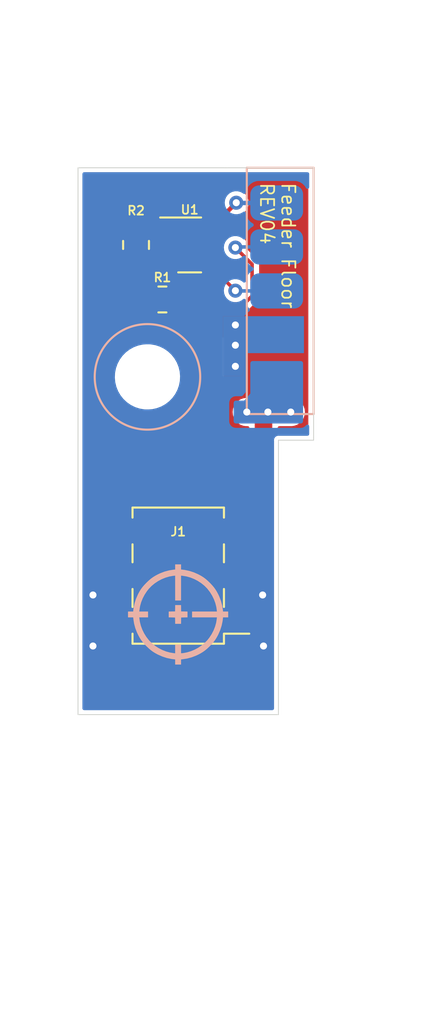
<source format=kicad_pcb>
(kicad_pcb (version 20211014) (generator pcbnew)
  (layers (0 "F.Cu" signal) (31 "B.Cu" signal) (34 "B.Paste" user) (35 "F.Paste" user) (36 "B.SilkS" user "B.Silkscreen") (37 "F.SilkS" user "F.Silkscreen") (38 "B.Mask" user) (39 "F.Mask" user) (44 "Edge.Cuts" user))
  (net 0 "")
  (net 1 "GND")
  (net 2 "1WIRE")
  (net 3 "VIN")
  (net 4 "RS-485+")
  (net 5 "RS-485-")
  (footprint "Connector_PinHeader_2.54mm:PinHeader_2x03_P2.54mm_Vertical_SMD" (layer "F.Cu") (at 26.95 48.3 180)
    (fp_text reference "J1" (at 0 2.5) (layer "F.SilkS") (effects (font (size 0.5 0.5) (thickness 0.1))))
    (fp_text value "IDC")
    (fp_line (start 2.6 0.76) (end 2.6 1.78) (layer "F.SilkS") (width 0.12))
    (fp_line (start -2.6 3.3) (end -2.6 3.87) (layer "F.SilkS") (width 0.12))
    (fp_line (start -4.04 -3.3) (end -2.6 -3.3) (layer "F.SilkS") (width 0.12))
    (fp_line (start -2.6 3.87) (end 2.6 3.87) (layer "F.SilkS") (width 0.12))
    (fp_line (start 2.6 3.3) (end 2.6 3.87) (layer "F.SilkS") (width 0.12))
    (fp_line (start -2.6 -3.87) (end -2.6 -3.3) (layer "F.SilkS") (width 0.12))
    (fp_line (start -2.6 -1.78) (end -2.6 -0.76) (layer "F.SilkS") (width 0.12))
    (fp_line (start -2.6 0.76) (end -2.6 1.78) (layer "F.SilkS") (width 0.12))
    (fp_line (start 2.6 -1.78) (end 2.6 -0.76) (layer "F.SilkS") (width 0.12))
    (fp_line (start -2.6 -3.87) (end 2.6 -3.87) (layer "F.SilkS") (width 0.12))
    (fp_line (start 2.6 -3.87) (end 2.6 -3.3) (layer "F.SilkS") (width 0.12))
    (pad "1" smd rect (at -2.525 -2.54 180) (size 3.15 1) (layers "F.Cu" "F.Paste" "F.Mask") (net 1 "GND"))
    (pad "2" smd rect (at 2.525 -2.54 180) (size 3.15 1) (layers "F.Cu" "F.Paste" "F.Mask") (net 1 "GND"))
    (pad "3" smd rect (at -2.525 0 180) (size 3.15 1) (layers "F.Cu" "F.Paste" "F.Mask") (net 3 "VIN"))
    (pad "4" smd rect (at 2.525 0 180) (size 3.15 1) (layers "F.Cu" "F.Paste" "F.Mask") (net 3 "VIN"))
    (pad "5" smd rect (at -2.525 2.54 180) (size 3.15 1) (layers "F.Cu" "F.Paste" "F.Mask") (net 4 "RS-485+"))
    (pad "6" smd rect (at 2.525 2.54 180) (size 3.15 1) (layers "F.Cu" "F.Paste" "F.Mask") (net 5 "RS-485-"))
  )
  (footprint "MountingHole:MountingHole_3.2mm_M3" (layer "F.Cu") (at 25.2 37)
    (fp_text reference "H1" hide)
    (fp_text value "MountingHole")
    (pad "" np_thru_hole circle (at 0 0) (size 3.2 3.2) (drill 3.2) (layers *.Cu *.Mask))
  )
  (footprint "Package_TO_SOT_SMD:SOT-23" (layer "F.Cu") (at 27.6 29.5)
    (fp_text reference "U1" (at 0 -2) (layer "F.SilkS") (effects (font (size 0.5 0.5) (thickness 0.1))))
    (fp_text value "DS28E05")
    (fp_line (start 0 -1.56) (end -1.675 -1.56) (layer "F.SilkS") (width 0.12))
    (fp_line (start 0 1.56) (end -0.65 1.56) (layer "F.SilkS") (width 0.12))
    (fp_line (start 0 -1.56) (end 0.65 -1.56) (layer "F.SilkS") (width 0.12))
    (fp_line (start 0 1.56) (end 0.65 1.56) (layer "F.SilkS") (width 0.12))
    (pad "1" smd roundrect (at -0.9375 -0.95) (size 1.475 0.6) (layers "F.Cu" "F.Paste" "F.Mask") (net 2 "1WIRE"))
    (pad "2" smd roundrect (at -0.9375 0.95) (size 1.475 0.6) (layers "F.Cu" "F.Paste" "F.Mask"))
    (pad "3" smd roundrect (at 0.9375 0) (size 1.475 0.6) (layers "F.Cu" "F.Paste" "F.Mask") (net 1 "GND"))
  )
  (footprint "Resistor_SMD:R_0805_2012Metric" (layer "F.Cu") (at 26.05 32.6)
    (fp_text reference "R1" (at 0 -1.25 180) (layer "F.SilkS") (effects (font (size 0.5 0.5) (thickness 0.1))))
    (fp_text value "120R")
    (fp_line (start -0.227064 0.735) (end 0.227064 0.735) (layer "F.SilkS") (width 0.12))
    (fp_line (start -0.227064 -0.735) (end 0.227064 -0.735) (layer "F.SilkS") (width 0.12))
    (pad "1" smd roundrect (at -0.9125 0) (size 1.025 1.4) (layers "F.Cu" "F.Paste" "F.Mask") (roundrect_rratio 0.243902439) (net 5 "RS-485-"))
    (pad "2" smd roundrect (at 0.9125 0) (size 1.025 1.4) (layers "F.Cu" "F.Paste" "F.Mask") (roundrect_rratio 0.243902439) (net 4 "RS-485+"))
  )
  (footprint "Resistor_SMD:R_0805_2012Metric" (layer "F.Cu") (at 24.55 29.5 -90)
    (fp_text reference "R2" (at -1.95 0) (layer "F.SilkS") (effects (font (size 0.5 0.5) (thickness 0.1))))
    (fp_text value "1M")
    (fp_line (start -0.227064 -0.735) (end 0.227064 -0.735) (layer "F.SilkS") (width 0.12))
    (fp_line (start -0.227064 0.735) (end 0.227064 0.735) (layer "F.SilkS") (width 0.12))
    (pad "1" smd roundrect (at -0.9125 0 270) (size 1.025 1.4) (layers "F.Cu" "F.Paste" "F.Mask") (roundrect_rratio 0.243902439) (net 2 "1WIRE"))
    (pad "2" smd roundrect (at 0.9125 0 270) (size 1.025 1.4) (layers "F.Cu" "F.Paste" "F.Mask") (roundrect_rratio 0.243902439) (net 1 "GND"))
  )
  (footprint "feeder:AVX-915-005-541-Contact-Surface" (layer "B.Cu") (at 32.550114 27.113687 -90)
    (fp_text reference "J2" hide)
    (fp_text value "Conn_01x05_Female")
    (fp_line (start 12 1.7) (end 12 -2.1) (layer "B.SilkS") (width 0.12))
    (fp_line (start -2 1.7) (end 12 1.7) (layer "B.SilkS") (width 0.12))
    (fp_line (start -2 -2.1) (end 12 -2.1) (layer "B.SilkS") (width 0.12))
    (fp_line (start -2 1.7) (end -2 -2.1) (layer "B.SilkS") (width 0.12))
    (pad "1" smd roundrect (at 0 0 270) (size 2 3) (layers "B.Cu" "B.Paste" "B.Mask") (net 2 "1WIRE"))
    (pad "2" smd roundrect (at 2.5 0 270) (size 2 3) (layers "B.Cu" "B.Paste" "B.Mask") (net 4 "RS-485+"))
    (pad "3" smd roundrect (at 5 0 270) (size 2 3) (layers "B.Cu" "B.Paste" "B.Mask") (net 5 "RS-485-"))
    (pad "4" smd roundrect (at 7.5 0 270) (size 2 3) (layers "B.Cu" "B.Paste" "B.Mask") (net 1 "GND"))
    (pad "5" smd roundrect (at 10 0 270) (size 2 3) (layers "B.Cu" "B.Paste" "B.Mask") (net 3 "VIN"))
  )
  (footprint "index:logo" (layer "B.Cu") (at 26.95 50.5 180)
    (fp_text reference "G***" hide)
    (fp_text value "LOGO" hide)
    (fp_poly (pts (xy 0.172439 0.342195) (xy 0.176389 0.162278) (xy 0.356305 0.158329) (xy 0.536222 0.154379) (xy 0.536222 -0.16849) (xy 0.356305 -0.172439) (xy 0.176389 -0.176389) (xy 0.172439 -0.356305) (xy 0.16849 -0.536222) (xy -0.154379 -0.536222) (xy -0.158329 -0.356305) (xy -0.162278 -0.176389) (xy -0.342195 -0.172439) (xy -0.522111 -0.16849) (xy -0.522111 0.154379) (xy -0.342195 0.158329) (xy -0.162278 0.162278) (xy -0.158329 0.342195) (xy -0.154379 0.522111) (xy 0.16849 0.522111) (xy 0.172439 0.342195)) (layer "B.SilkS") (width 0.01) (fill solid))
    (fp_poly (pts (xy 0.169333 2.543898) (xy 0.263869 2.534212) (xy 0.52296 2.493539) (xy 0.77827 2.424972) (xy 1.029979 2.32846) (xy 1.150055 2.27195) (xy 1.292674 2.196349) (xy 1.419534 2.118738) (xy 1.537813 2.033871) (xy 1.654691 1.936508) (xy 1.777345 1.821403) (xy 1.806554 1.792443) (xy 1.926386 1.667492) (xy 2.027294 1.549938) (xy 2.114522 1.432602) (xy 2.193312 1.308306) (xy 2.268909 1.16987) (xy 2.286061 1.135945) (xy 2.396061 0.885908) (xy 2.478089 0.632356) (xy 2.532199 0.375109) (xy 2.548323 0.249759) (xy 2.558008 0.155222) (xy 2.850444 0.155222) (xy 2.850444 -0.169333) (xy 2.557399 -0.169333) (xy 2.547535 -0.264583) (xy 2.507659 -0.521009) (xy 2.441477 -0.771033) (xy 2.348236 -1.017208) (xy 2.286061 -1.150055) (xy 2.21046 -1.292674) (xy 2.132848 -1.419534) (xy 2.047982 -1.537813) (xy 1.950619 -1.654691) (xy 1.835514 -1.777345) (xy 1.806554 -1.806554) (xy 1.681603 -1.926386) (xy 1.564049 -2.027294) (xy 1.446713 -2.114522) (xy 1.322416 -2.193312) (xy 1.18398 -2.268909) (xy 1.150055 -2.286061) (xy 0.900019 -2.396061) (xy 0.646466 -2.478089) (xy 0.38922 -2.532199) (xy 0.263869 -2.548323) (xy 0.169333 -2.558008) (xy 0.169333 -2.850444) (xy -0.155222 -2.850444) (xy -0.155222 -2.558008) (xy -0.249759 -2.548323) (xy -0.508849 -2.507649) (xy -0.76416 -2.439083) (xy -1.015868 -2.34257) (xy -1.135945 -2.286061) (xy -1.278563 -2.21046) (xy -1.405423 -2.132848) (xy -1.523702 -2.047982) (xy -1.64058 -1.950619) (xy -1.763235 -1.835514) (xy -1.792443 -1.806554) (xy -1.912275 -1.681603) (xy -2.013183 -1.564049) (xy -2.100411 -1.446713) (xy -2.179202 -1.322416) (xy -2.254798 -1.18398) (xy -2.27195 -1.150055) (xy -2.38195 -0.900019) (xy -2.463979 -0.646466) (xy -2.518088 -0.38922) (xy -2.534212 -0.263869) (xy -2.543898 -0.169333) (xy -2.836333 -0.169333) (xy -2.836333 0.155222) (xy -2.543898 0.155222) (xy -2.205231 0.155222) (xy -0.790222 0.155222) (xy -0.790222 -0.169333) (xy -2.205231 -0.169333) (xy -2.195524 -0.264583) (xy -2.159639 -0.484313) (xy -2.097594 -0.704567) (xy -2.011111 -0.921475) (xy -1.901907 -1.131165) (xy -1.771704 -1.329766) (xy -1.659801 -1.470858) (xy -1.506596 -1.628821) (xy -1.33195 -1.773377) (xy -1.140543 -1.901804) (xy -0.937055 -2.011383) (xy -0.726165 -2.09939) (xy -0.512554 -2.163106) (xy -0.443468 -2.178102) (xy -0.370237 -2.192329) (xy -0.31788 -2.201925) (xy -0.27962 -2.20791) (xy -0.248682 -2.211303) (xy -0.218287 -2.213125) (xy -0.208139 -2.213523) (xy -0.155222 -2.215444) (xy -0.155222 -1.721555) (xy 0.169333 -1.721555) (xy 0.169333 -2.219342) (xy 0.264583 -2.209635) (xy 0.483298 -2.173883) (xy 0.70209 -2.112335) (xy 0.916909 -2.027114) (xy 1.123706 -1.920343) (xy 1.318431 -1.794146) (xy 1.497033 -1.650645) (xy 1.655463 -1.491964) (xy 1.673912 -1.470858) (xy 1.818922 -1.28327) (xy 1.944237 -1.081651) (xy 2.048139 -0.869873) (xy 2.128907 -0.651808) (xy 2.184824 -0.431326) (xy 2.209635 -0.264583) (xy 2.219342 -0.169333) (xy 1.721555 -0.169333) (xy 1.721555 0.155222) (xy 2.219342 0.155222) (xy 2.209635 0.250472) (xy 2.173749 0.470202) (xy 2.111705 0.690456) (xy 2.025222 0.907364) (xy 1.916018 1.117054) (xy 1.785814 1.315655) (xy 1.673912 1.456747) (xy 1.518331 1.617203) (xy 1.342063 1.762747) (xy 1.149159 1.891257) (xy 0.943669 2.000609) (xy 0.729643 2.088681) (xy 0.511131 2.153349) (xy 0.292182 2.192491) (xy 0.264583 2.195524) (xy 0.169333 2.205231) (xy 0.169333 0.790222) (xy -0.155222 0.790222) (xy -0.155222 2.205231) (xy -0.250472 2.195524) (xy -0.469187 2.159772) (xy -0.687979 2.098224) (xy -0.902798 2.013003) (xy -1.109595 1.906233) (xy -1.30432 1.780035) (xy -1.482922 1.636534) (xy -1.641352 1.477853) (xy -1.659801 1.456747) (xy -1.804811 1.269159) (xy -1.930126 1.06754) (xy -2.034028 0.855762) (xy -2.114796 0.637697) (xy -2.170713 0.417216) (xy -2.195524 0.250472) (xy -2.205231 0.155222) (xy -2.543898 0.155222) (xy -2.534212 0.249759) (xy -2.493539 0.508849) (xy -2.424972 0.76416) (xy -2.32846 1.015868) (xy -2.27195 1.135945) (xy -2.196349 1.278563) (xy -2.118738 1.405423) (xy -2.033871 1.523702) (xy -1.936508 1.64058) (xy -1.821403 1.763235) (xy -1.792443 1.792443) (xy -1.667492 1.912275) (xy -1.549938 2.013183) (xy -1.432602 2.100411) (xy -1.308306 2.179202) (xy -1.16987 2.254798) (xy -1.135945 2.27195) (xy -0.885908 2.38195) (xy -0.632356 2.463979) (xy -0.375109 2.518088) (xy -0.249759 2.534212) (xy -0.155222 2.543898) (xy -0.155222 2.836333) (xy 0.169333 2.836333) (xy 0.169333 2.543898)) (layer "B.SilkS") (width 0.01) (fill solid))
  )
  (gr_circle (center 25.2 37) (end 22.2 37) (layer "B.SilkS") (width 0.12) (fill none))
  (gr_line (start 32.650114 40.6) (end 32.65 56.2) (layer "Edge.Cuts") (width 0.05))
  (gr_line (start 34.650114 25.113687) (end 34.650114 40.6) (layer "Edge.Cuts") (width 0.05))
  (gr_line (start 29.650114 25.113687) (end 21.250114 25.113687) (layer "Edge.Cuts") (width 0.05))
  (gr_line (start 32.650114 40.6) (end 34.650114 40.6) (layer "Edge.Cuts") (width 0.05))
  (gr_line (start 29.650114 25.113687) (end 34.650114 25.113687) (layer "Edge.Cuts") (width 0.05))
  (gr_line (start 21.25 56.2) (end 21.250114 25.113687) (layer "Edge.Cuts") (width 0.05))
  (gr_line (start 32.65 56.2) (end 21.25 56.2) (layer "Edge.Cuts") (width 0.05))
  (gr_text "Feeder Floor\nREV04" (at 32.6 25.9 270) (layer "F.SilkS") (effects (font (size 0.75 0.75) (thickness 0.1)) (justify left)))
  (segment (start 24.55 30.4125) (end 25.2375 30.4125) (width 0.25) (layer "F.Cu") (net 1))
  (segment (start 29.65 28.65) (end 28.8 29.5) (width 0.25) (layer "F.Cu") (net 1))
  (segment (start 26.15 29.5) (end 28.5375 29.5) (width 0.25) (layer "F.Cu") (net 1))
  (segment (start 30.55 34.05) (end 31.8 32.8) (width 0.25) (layer "F.Cu") (net 1))
  (segment (start 30.2 34.05) (end 30.55 34.05) (width 0.25) (layer "F.Cu") (net 1))
  (segment (start 28.8 29.5) (end 28.5375 29.5) (width 0.25) (layer "F.Cu") (net 1))
  (segment (start 31.8 32.8) (end 31.8 29.65) (width 0.25) (layer "F.Cu") (net 1))
  (segment (start 25.2375 30.4125) (end 26.15 29.5) (width 0.25) (layer "F.Cu") (net 1))
  (segment (start 30.8 28.65) (end 29.65 28.65) (width 0.25) (layer "F.Cu") (net 1))
  (segment (start 31.8 29.65) (end 30.8 28.65) (width 0.25) (layer "F.Cu") (net 1))
  (via (at 30.2 36.4) (size 0.8) (drill 0.4) (layers "F.Cu" "B.Cu") (net 1))
  (via (at 30.2 34.05) (size 0.8) (drill 0.4) (layers "F.Cu" "B.Cu") (net 1))
  (via (at 31.75 49.4) (size 0.8) (drill 0.4) (layers "F.Cu" "B.Cu") (net 1))
  (via (at 30.2 35.2) (size 0.8) (drill 0.4) (layers "F.Cu" "B.Cu") (net 1))
  (via (at 31.8 52.3) (size 0.8) (drill 0.4) (layers "F.Cu" "B.Cu") (net 1))
  (via (at 22.1 49.4) (size 0.8) (drill 0.4) (layers "F.Cu" "B.Cu") (net 1))
  (via (at 22.1 52.3) (size 0.8) (drill 0.4) (layers "F.Cu" "B.Cu") (net 1))
  (segment (start 26.625 28.5875) (end 26.6625 28.55) (width 0.25) (layer "F.Cu") (net 2))
  (segment (start 28.8 28.55) (end 26.6625 28.55) (width 0.25) (layer "F.Cu") (net 2))
  (segment (start 24.55 28.5875) (end 26.625 28.5875) (width 0.25) (layer "F.Cu") (net 2))
  (segment (start 30.25 27.1) (end 28.8 28.55) (width 0.25) (layer "F.Cu") (net 2))
  (via (at 30.25 27.1) (size 0.8) (drill 0.4) (layers "F.Cu" "B.Cu") (net 2))
  (segment (start 30.263687 27.113687) (end 30.25 27.1) (width 0.25) (layer "B.Cu") (net 2))
  (segment (start 32.550114 27.113687) (end 30.263687 27.113687) (width 0.25) (layer "B.Cu") (net 2))
  (segment (start 30.409022 48.3) (end 31.8 46.909022) (width 1) (layer "F.Cu") (net 3))
  (segment (start 26.95 48.3) (end 24.425 48.3) (width 1) (layer "F.Cu") (net 3))
  (segment (start 29.475 48.3) (end 30.409022 48.3) (width 1) (layer "F.Cu") (net 3))
  (segment (start 26.95 48.3) (end 29.475 48.3) (width 1) (layer "F.Cu") (net 3))
  (segment (start 31.8 46.909022) (end 31.8 39.25) (width 1) (layer "F.Cu") (net 3))
  (segment (start 33.35 39) (end 30.85 39) (width 1) (layer "F.Cu") (net 3))
  (segment (start 31.8 39.25) (end 32.05 39) (width 1) (layer "F.Cu") (net 3))
  (via (at 30.85 39) (size 0.8) (drill 0.4) (layers "F.Cu" "B.Cu") (net 3))
  (via (at 33.35 39) (size 0.8) (drill 0.4) (layers "F.Cu" "B.Cu") (net 3))
  (via (at 32.05 39) (size 0.8) (drill 0.4) (layers "F.Cu" "B.Cu") (net 3))
  (segment (start 30.7 32.85) (end 27.2125 32.85) (width 0.2) (layer "F.Cu") (net 4))
  (segment (start 30.2 29.65) (end 31.15 30.6) (width 0.2) (layer "F.Cu") (net 4))
  (segment (start 26.9625 32.6) (end 26.9625 32.7625) (width 0.2) (layer "F.Cu") (net 4))
  (segment (start 29.15 34.95) (end 29.15 45.435) (width 0.2) (layer "F.Cu") (net 4))
  (segment (start 27.2125 32.85) (end 26.9625 32.6) (width 0.2) (layer "F.Cu") (net 4))
  (segment (start 26.9625 32.7625) (end 29.15 34.95) (width 0.2) (layer "F.Cu") (net 4))
  (segment (start 31.15 30.6) (end 31.15 32.4) (width 0.2) (layer "F.Cu") (net 4))
  (segment (start 29.15 45.435) (end 29.475 45.76) (width 0.2) (layer "F.Cu") (net 4))
  (segment (start 31.15 32.4) (end 30.7 32.85) (width 0.2) (layer "F.Cu") (net 4))
  (via (at 30.2 29.65) (size 0.8) (drill 0.4) (layers "F.Cu" "B.Cu") (net 4))
  (segment (start 30.236313 29.613687) (end 32.550114 29.613687) (width 0.2) (layer "B.Cu") (net 4))
  (segment (start 30.2 29.65) (end 30.236313 29.613687) (width 0.2) (layer "B.Cu") (net 4))
  (segment (start 28.6 43.65) (end 26.49 45.76) (width 0.2) (layer "F.Cu") (net 5))
  (segment (start 30.2 32.1) (end 29.45 31.35) (width 0.2) (layer "F.Cu") (net 5))
  (segment (start 26.15 31.35) (end 25.1375 32.3625) (width 0.2) (layer "F.Cu") (net 5))
  (segment (start 27.15 33.85) (end 28.6 35.3) (width 0.2) (layer "F.Cu") (net 5))
  (segment (start 29.45 31.35) (end 26.15 31.35) (width 0.2) (layer "F.Cu") (net 5))
  (segment (start 25.1375 32.6) (end 25.1375 32.6875) (width 0.2) (layer "F.Cu") (net 5))
  (segment (start 26.49 45.76) (end 24.425 45.76) (width 0.2) (layer "F.Cu") (net 5))
  (segment (start 26.3 33.85) (end 27.15 33.85) (width 0.2) (layer "F.Cu") (net 5))
  (segment (start 25.1375 32.3625) (end 25.1375 32.6) (width 0.2) (layer "F.Cu") (net 5))
  (segment (start 28.6 35.3) (end 28.6 43.65) (width 0.2) (layer "F.Cu") (net 5))
  (segment (start 25.1375 32.6875) (end 26.3 33.85) (width 0.2) (layer "F.Cu") (net 5))
  (via (at 30.2 32.1) (size 0.8) (drill 0.4) (layers "F.Cu" "B.Cu") (net 5))
  (segment (start 30.213687 32.113687) (end 32.550114 32.113687) (width 0.2) (layer "B.Cu") (net 5))
  (segment (start 30.2 32.1) (end 30.213687 32.113687) (width 0.2) (layer "B.Cu") (net 5))
  (zone (net 1) (net_name "GND") (layer "F.Cu") (connect_pads (clearance 0.3)) (min_thickness 0.2) (fill yes (thermal_gap 0.508) (thermal_bridge_width 0.508))
    (polygon (pts (xy 39.312982 73.115845) (xy 16.812982 72.615845) (xy 18.775 19.825) (xy 37.525 19.075) (xy 39.15 28.45)))
  )
  (zone (net 1) (net_name "GND") (layer "B.Cu") (priority 11) (connect_pads (clearance 0.25)) (min_thickness 0.2) (fill yes (thermal_gap 0.508) (thermal_bridge_width 0.508))
    (polygon (pts (xy 40.280398 73.804768) (xy 17.780398 73.304768) (xy 18.275 16.325) (xy 37.025 15.575) (xy 40.15562 27.419775)))
  )
  (zone (net 1) (net_name "GND") (layer "B.Cu") (priority 20) (connect_pads yes (clearance 0.2)) (min_thickness 0.254) (fill yes (thermal_gap 0.508) (thermal_bridge_width 0.508))
    (polygon (pts (xy 31.15 33.55) (xy 34.1 33.55) (xy 34.1 35.65) (xy 30.85 35.65) (xy 30.6 36.95) (xy 29.5 36.95) (xy 29.5 33.55) (xy 30.85 33.55)))
  )
  (zone (net 3) (net_name "VIN") (layer "B.Cu") (priority 20) (connect_pads yes (clearance 0.2)) (min_thickness 0.254) (fill yes (thermal_gap 0.508) (thermal_bridge_width 0.508))
    (polygon (pts (xy 34.05 39.65) (xy 30.1 39.65) (xy 30.1 38.35) (xy 30.7 38.35) (xy 31.05 37.95) (xy 31.05 36.1) (xy 34.05 36.1)))
  )
)
</source>
